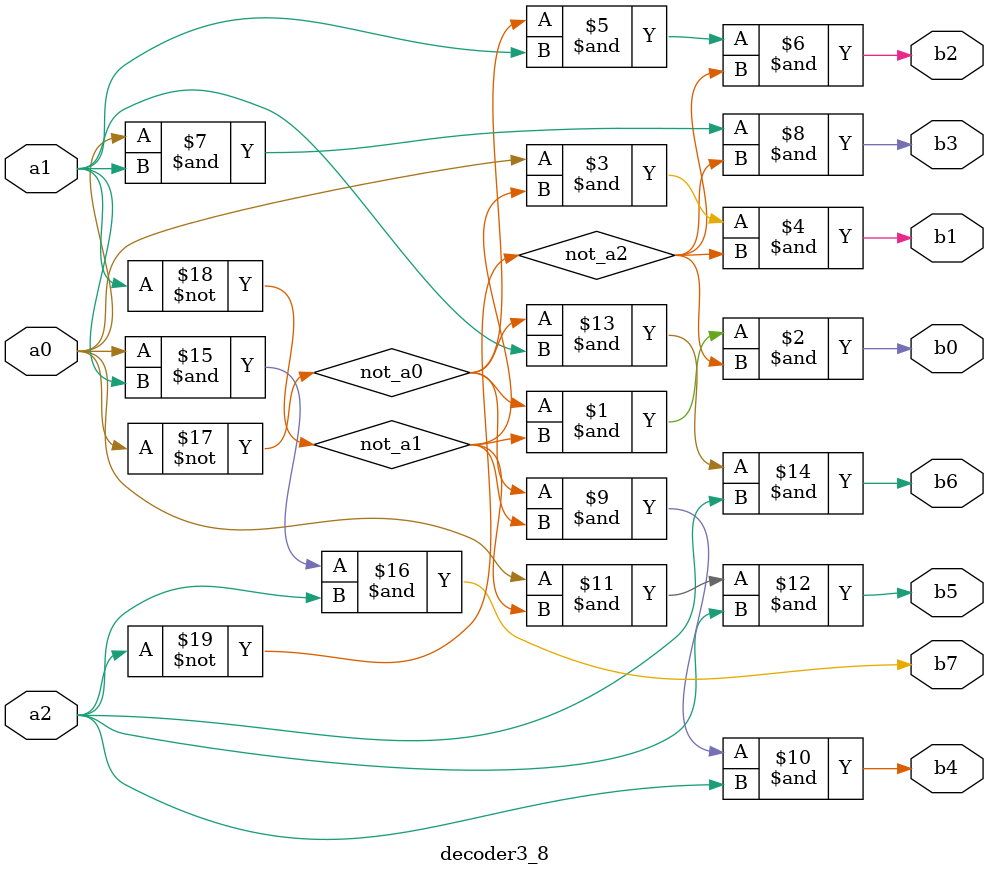
<source format=v>
`timescale 1ns / 1ps


module decoder3_8(
    input a0,
    input a1,
    input a2,
    
    output b0,
    output b1,
    output b2,
    output b3,
    output b4,
    output b5,
    output b6,
    output b7
);

    wire not_a0, not_a1, not_a2;
    
    not(not_a0, a0);
    not(not_a1, a1);
    not(not_a2, a2);
    
    and(b0, not_a0, not_a1, not_a2);
    and(b1, a0, not_a1, not_a2);
    and(b2, not_a0, a1, not_a2);
    and(b3, a0, a1, not_a2);
    and(b4, not_a0, not_a1, a2);
    and(b5, a0, not_a1, a2);
    and(b6, not_a0, a1, a2);
    and(b7, a0, a1, a2);
    
endmodule

</source>
